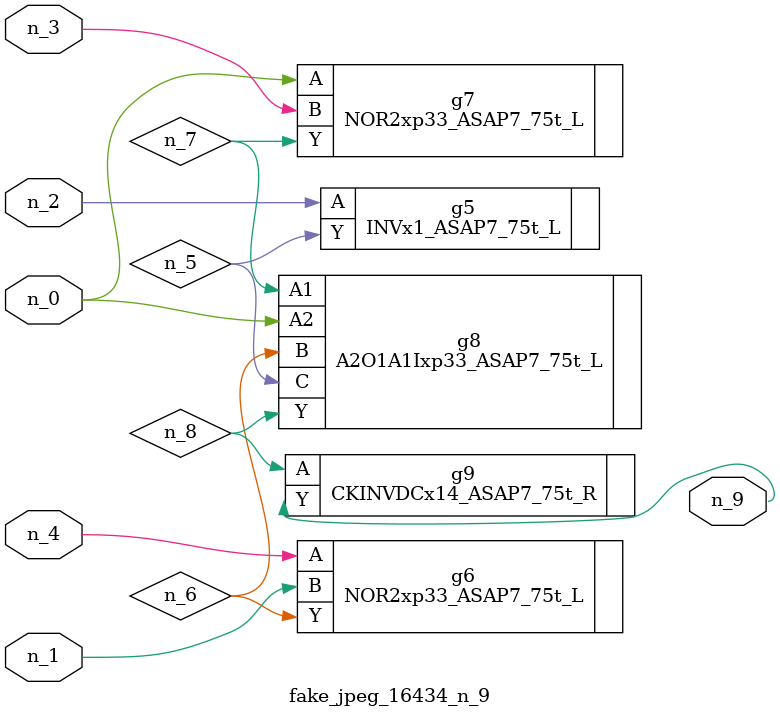
<source format=v>
module fake_jpeg_16434_n_9 (n_3, n_2, n_1, n_0, n_4, n_9);

input n_3;
input n_2;
input n_1;
input n_0;
input n_4;

output n_9;

wire n_8;
wire n_6;
wire n_5;
wire n_7;

INVx1_ASAP7_75t_L g5 ( 
.A(n_2),
.Y(n_5)
);

NOR2xp33_ASAP7_75t_L g6 ( 
.A(n_4),
.B(n_1),
.Y(n_6)
);

NOR2xp33_ASAP7_75t_L g7 ( 
.A(n_0),
.B(n_3),
.Y(n_7)
);

A2O1A1Ixp33_ASAP7_75t_L g8 ( 
.A1(n_7),
.A2(n_0),
.B(n_6),
.C(n_5),
.Y(n_8)
);

CKINVDCx14_ASAP7_75t_R g9 ( 
.A(n_8),
.Y(n_9)
);


endmodule
</source>
